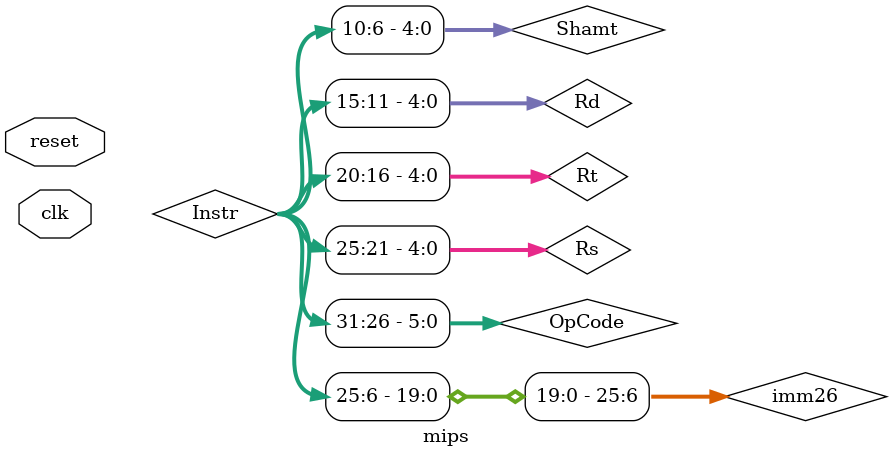
<source format=v>
`timescale 1ns / 1ps
module mips(
    input clk,
    input reset
    );


//IFU
    wire [31:0] GRF1;
    wire [25:0] imm26;
    wire [15:0] imm16;
    wire [1:0] IFU_Sel;
    wire zero;
    wire [31:0] pc;
    wire [31:0] pcplus4;
    wire [31:0] Instr;

    IFU IFUModule(.GRF(GRF1),
                  .imm26(imm26),
                  .imm16(imm16),
                  .select(IFU_Sel),
                  .zero(zero),
                  .clk(clk),
                  .reset(reset),
                  .Instr(Instr),
                  .PC(pc),
                  .PCplus4(pcplus4)
    );

    wire [5:0] OpCode;
    wire [4:0] Rs;
    wire [4:0] Rt;
    wire [4:0] Rd;
    wire [4:0] Shamt;
    wire [5:0] Funct;

    assign OpCode = Instr[31:26];
    assign Rs = Instr[25:21];
    assign Rt = Instr[20:16];
    assign Rd = Instr[15:11];
    assign Shamt = Instr[10:6];
    assign Funct = Instr[5:0];

//ImmExt
    wire [31:0] imm32;
    wire ExtOp;

    ImmExt ImmExtModule(.Instr(Instr),
                        .Op(ExtOp),
                        .imm32(imm32),
                        .imm16(imm16)
    );

//imm26
    assign imm26 = Instr[25:0];

//chooseRegAddr
    wire RegDst;
    wire Reg_ra;
    wire [4:0] RegAddr;

    assign RegAddr = (Reg_ra) ? 5'h1f :
                     (RegDst) ? Rt : Rd;

//chooseRegData
    wire MemToReg;
    wire PCToReg;
    wire [31:0] ALU_Data;
    wire [31:0] DM_Data;
    wire [31:0] RegData;

    assign RegData = (PCToReg) ? pcplus4 :
                     (MemToReg) ? DM_Data : ALU_Data;

//RegWE
    wire Controller_RegWE;
    wire RegWE;
    wire [5:0] type;

    chooseRegWE RegWEModule(.Controller_RegWE(Controller_RegWE),
                            .Rs(Rs),
                            .Rt(Rt),
                            .Rd(Rd),
                            .Shamt(Shamt),
                            .type(type),
                            .WE(RegWE)
    );

//GRF
    wire [31:0] GRF2;

    GRF GRFModule(.A1(Rs),
                  .A2(Rt),
                  .A3(RegAddr),
                  .WD(RegData),
                  .clk(clk),
                  .reset(reset),
                  .WE(RegWE),
                  .PC(pc),
                  .RD1(GRF1),
                  .RD2(GRF2)
    );

//chooseALUIn1
    wire [31:0] ALUIn1;
    wire ALUInput1;

    assign ALUIn1 = (ALUInput1) ? {{27{1'b0}}, Shamt} : GRF1;

//chooseALUIn2
    wire [31:0] ALUIn2;
    wire ALUInput2;

    assign ALUIn2 = (ALUInput2) ? imm32 : GRF2;

//ALU
    ALU ALUModule(.in1(ALUIn1),
                  .in2(ALUIn2),
                  .type(type),
                  .out(ALU_Data),
                  .zero(zero)
    );

//DM
    wire DMWE;

    DM DMModule(.Addr(ALU_Data),
                .WD(GRF2),
                .clk(clk),
                .reset(reset),
                .WE(DMWE),
                .PC(pc),
                .Data(DM_Data)
    );

//Controller
    Controller ControllerModule(.OpCode(OpCode),
                                .Funct(Funct),
                                .type(type),
                                .nextPC_Sel(IFU_Sel),
                                .RegWE(Controller_RegWE),
                                .ALUInput1(ALUInput1),
                                .ALUInput2(ALUInput2),
                                .ExtOp(ExtOp),
                                .RegDst(RegDst),
                                .DMWE(DMWE),
                                .MemToReg(MemToReg),
                                .PCToReg(PCToReg),
                                .RegRa(Reg_ra)

    );

    
endmodule

</source>
